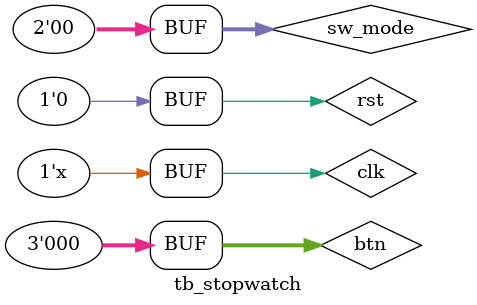
<source format=v>
`timescale 1ns / 1ps

module tb_stopwatch;

    reg clk, rst;
    reg [1:0]sw_mode;
    reg [2:0] btn;
    wire [3:0] o_led;
    wire [3:0] fnd_comm;
    wire [7:0] fnd_font;


    always #5 clk = ~clk;
/*
    initial begin
    
        clk = 0; 
        sw_mode = 0;
        rst = 1; 
        # 30 

        rst = 0;
        sw_mode[1] = 0;
        btn = 3'b100;
        #100000000
        btn = 3'b001;
        #100
        btn = 3'b010;
        #100000000
        btn = 3'b000;
        #100000000
        sw_mode[1] = 1;
        #100000000
        btn = 3'b100;
        #100000000
        btn = 3'b010;
        #100000000
        btn = 3'b001;
        

    end
*/
    initial begin
    
        clk = 0; 
        sw_mode = 0;
        rst = 1; 
        # 30 

        rst = 0;
        sw_mode[1] = 0;
        btn = 3'b100;
        #100000000
        btn = 3'b001;
        #100000000
        btn = 3'b010;
        #100000000
        btn = 3'b001;
        #100000000
        btn = 3'b000;
        #100000000
        btn = 3'b001;
        #100000000
        btn = 3'b000;
       #100000000
        btn = 3'b001;
        #100000000
        btn = 3'b000;
                #100000000
        btn = 3'b001;
        #100000000
        btn = 3'b000;        #100000000
        btn = 3'b001;
        #100000000
        btn = 3'b000;        #100000000
        btn = 3'b001;
        #100000000
        btn = 3'b000;        #100000000
        btn = 3'b001;
        #100000000
        btn = 3'b000;        #100000000
        btn = 3'b001;
        #100000000
        btn = 3'b000;        #100000000
        btn = 3'b001;
        #100000000
        btn = 3'b000;        #100000000
        btn = 3'b001;
        #100000000
        btn = 3'b000;       #100000000
        btn = 3'b001;
        #100000000
        btn = 3'b000;       #100000000
        btn = 3'b001;
        #100000000
        btn = 3'b000;       #100000000
        btn = 3'b001;
        #100000000
        btn = 3'b000;

    end



top_stopwatch_clock dut(
    .clk(clk),
    .rst(rst),
    .btn(btn),
    .msec_min_mode(sw_mode[0]), 
    .stopwatch_clock_mode(sw_mode[1]),
    .o_led(o_led),
    .fnd_comm(fnd_comm),
    .fnd_font(fnd_font)
    );



endmodule

</source>
